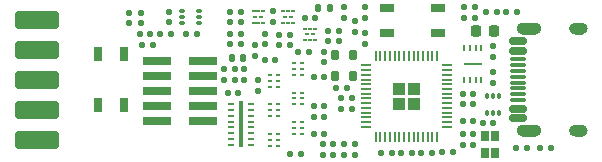
<source format=gbr>
G04 #@! TF.GenerationSoftware,KiCad,Pcbnew,7.0.7*
G04 #@! TF.CreationDate,2024-03-21T15:18:08+09:00*
G04 #@! TF.ProjectId,rs-probe,72732d70-726f-4626-952e-6b696361645f,rev?*
G04 #@! TF.SameCoordinates,Original*
G04 #@! TF.FileFunction,Paste,Top*
G04 #@! TF.FilePolarity,Positive*
%FSLAX46Y46*%
G04 Gerber Fmt 4.6, Leading zero omitted, Abs format (unit mm)*
G04 Created by KiCad (PCBNEW 7.0.7) date 2024-03-21 15:18:08*
%MOMM*%
%LPD*%
G01*
G04 APERTURE LIST*
G04 Aperture macros list*
%AMRoundRect*
0 Rectangle with rounded corners*
0 $1 Rounding radius*
0 $2 $3 $4 $5 $6 $7 $8 $9 X,Y pos of 4 corners*
0 Add a 4 corners polygon primitive as box body*
4,1,4,$2,$3,$4,$5,$6,$7,$8,$9,$2,$3,0*
0 Add four circle primitives for the rounded corners*
1,1,$1+$1,$2,$3*
1,1,$1+$1,$4,$5*
1,1,$1+$1,$6,$7*
1,1,$1+$1,$8,$9*
0 Add four rect primitives between the rounded corners*
20,1,$1+$1,$2,$3,$4,$5,0*
20,1,$1+$1,$4,$5,$6,$7,0*
20,1,$1+$1,$6,$7,$8,$9,0*
20,1,$1+$1,$8,$9,$2,$3,0*%
G04 Aperture macros list end*
%ADD10C,0.500000*%
%ADD11C,0.100000*%
%ADD12RoundRect,0.400000X-1.500000X-0.400000X1.500000X-0.400000X1.500000X0.400000X-1.500000X0.400000X0*%
%ADD13RoundRect,0.185000X-1.015000X-0.185000X1.015000X-0.185000X1.015000X0.185000X-1.015000X0.185000X0*%
%ADD14RoundRect,0.150000X0.575000X-0.150000X0.575000X0.150000X-0.575000X0.150000X-0.575000X-0.150000X0*%
%ADD15O,1.450000X0.300000*%
%ADD16RoundRect,0.125000X0.200000X0.000000X-0.200000X0.000000X-0.200000X0.000000X0.200000X0.000000X0*%
%ADD17RoundRect,0.025000X0.125000X1.925000X-0.125000X1.925000X-0.125000X-1.925000X0.125000X-1.925000X0*%
%ADD18RoundRect,0.137500X-0.137500X-0.137500X0.137500X-0.137500X0.137500X0.137500X-0.137500X0.137500X0*%
%ADD19RoundRect,0.137500X0.137500X-0.137500X0.137500X0.137500X-0.137500X0.137500X-0.137500X-0.137500X0*%
%ADD20RoundRect,0.250000X-0.292217X0.292217X-0.292217X-0.292217X0.292217X-0.292217X0.292217X0.292217X0*%
%ADD21RoundRect,0.050000X-0.050000X0.387500X-0.050000X-0.387500X0.050000X-0.387500X0.050000X0.387500X0*%
%ADD22RoundRect,0.050000X-0.387500X0.050000X-0.387500X-0.050000X0.387500X-0.050000X0.387500X0.050000X0*%
%ADD23RoundRect,0.137500X-0.137500X0.137500X-0.137500X-0.137500X0.137500X-0.137500X0.137500X0.137500X0*%
%ADD24R,0.360000X0.270000*%
%ADD25RoundRect,0.137500X0.137500X0.137500X-0.137500X0.137500X-0.137500X-0.137500X0.137500X-0.137500X0*%
%ADD26RoundRect,0.147500X0.147500X0.172500X-0.147500X0.172500X-0.147500X-0.172500X0.147500X-0.172500X0*%
%ADD27RoundRect,0.075000X-0.150000X-0.075000X0.150000X-0.075000X0.150000X0.075000X-0.150000X0.075000X0*%
%ADD28RoundRect,0.060000X0.130000X-0.060000X0.130000X0.060000X-0.130000X0.060000X-0.130000X-0.060000X0*%
%ADD29RoundRect,0.062500X0.087500X-0.062500X0.087500X0.062500X-0.087500X0.062500X-0.087500X-0.062500X0*%
%ADD30R,0.650000X0.850000*%
%ADD31O,0.250000X0.600000*%
%ADD32R,1.600000X0.200000*%
%ADD33RoundRect,0.075000X0.075000X-0.150000X0.075000X0.150000X-0.075000X0.150000X-0.075000X-0.150000X0*%
%ADD34RoundRect,0.147500X-0.147500X-0.172500X0.147500X-0.172500X0.147500X0.172500X-0.147500X0.172500X0*%
%ADD35R,0.650000X1.250000*%
%ADD36RoundRect,0.218750X0.218750X0.256250X-0.218750X0.256250X-0.218750X-0.256250X0.218750X-0.256250X0*%
%ADD37RoundRect,0.175000X-0.175000X0.275000X-0.175000X-0.275000X0.175000X-0.275000X0.175000X0.275000X0*%
%ADD38R,1.250000X0.650000*%
G04 APERTURE END LIST*
D10*
X174570000Y-97320000D02*
G75*
G03*
X174570000Y-97320000I-250000J0D01*
G01*
D11*
X173220000Y-88230000D02*
X174320000Y-88230000D01*
X174320000Y-89130000D01*
X173220000Y-89130000D01*
X173220000Y-88230000D01*
G36*
X173220000Y-88230000D02*
G01*
X174320000Y-88230000D01*
X174320000Y-89130000D01*
X173220000Y-89130000D01*
X173220000Y-88230000D01*
G37*
D10*
X173470000Y-88680000D02*
G75*
G03*
X173470000Y-88680000I-250000J0D01*
G01*
X173470000Y-97320000D02*
G75*
G03*
X173470000Y-97320000I-250000J0D01*
G01*
X177900000Y-97320000D02*
G75*
G03*
X177900000Y-97320000I-250000J0D01*
G01*
D11*
X177650000Y-88230000D02*
X178250000Y-88230000D01*
X178250000Y-89130000D01*
X177650000Y-89130000D01*
X177650000Y-88230000D01*
G36*
X177650000Y-88230000D02*
G01*
X178250000Y-88230000D01*
X178250000Y-89130000D01*
X177650000Y-89130000D01*
X177650000Y-88230000D01*
G37*
D10*
X177900000Y-88680000D02*
G75*
G03*
X177900000Y-88680000I-250000J0D01*
G01*
D11*
X177650000Y-96870000D02*
X178250000Y-96870000D01*
X178250000Y-97770000D01*
X177650000Y-97770000D01*
X177650000Y-96870000D01*
G36*
X177650000Y-96870000D02*
G01*
X178250000Y-96870000D01*
X178250000Y-97770000D01*
X177650000Y-97770000D01*
X177650000Y-96870000D01*
G37*
D10*
X178500000Y-97320000D02*
G75*
G03*
X178500000Y-97320000I-250000J0D01*
G01*
X178500000Y-88680000D02*
G75*
G03*
X178500000Y-88680000I-250000J0D01*
G01*
X174570000Y-88680000D02*
G75*
G03*
X174570000Y-88680000I-250000J0D01*
G01*
D11*
X173220000Y-96870000D02*
X174320000Y-96870000D01*
X174320000Y-97770000D01*
X173220000Y-97770000D01*
X173220000Y-96870000D01*
G36*
X173220000Y-96870000D02*
G01*
X174320000Y-96870000D01*
X174320000Y-97770000D01*
X173220000Y-97770000D01*
X173220000Y-96870000D01*
G37*
D12*
X132100000Y-87920000D03*
X132100000Y-90460000D03*
X132100000Y-93000000D03*
X132100000Y-95540000D03*
X132100000Y-98080000D03*
D13*
X142250000Y-91460000D03*
X146150000Y-91460000D03*
X142250000Y-92730000D03*
X146150000Y-92730000D03*
X142250000Y-94000000D03*
X146150000Y-94000000D03*
X142250000Y-95270000D03*
X146150000Y-95270000D03*
X142250000Y-96540000D03*
X146150000Y-96540000D03*
D14*
X172855000Y-96250000D03*
X172855000Y-95450000D03*
D15*
X172855000Y-94250000D03*
X172855000Y-93250000D03*
X172855000Y-92750000D03*
X172855000Y-91750000D03*
D14*
X172855000Y-90550000D03*
X172855000Y-89750000D03*
X172855000Y-89750000D03*
X172855000Y-90550000D03*
D15*
X172855000Y-91250000D03*
X172855000Y-92250000D03*
X172855000Y-93750000D03*
X172855000Y-94750000D03*
D14*
X172855000Y-95450000D03*
X172855000Y-96250000D03*
D16*
X150225000Y-98550000D03*
X150225000Y-98050000D03*
X150225000Y-97550000D03*
X150225000Y-97050000D03*
X150225000Y-96550000D03*
X150225000Y-96050000D03*
X150225000Y-95550000D03*
X150225000Y-95050000D03*
X148575000Y-95050000D03*
X148575000Y-95550000D03*
X148575000Y-96050000D03*
X148575000Y-96550000D03*
X148575000Y-97050000D03*
X148575000Y-97550000D03*
X148575000Y-98050000D03*
X148575000Y-98550000D03*
D17*
X149400000Y-96800000D03*
D18*
X170150000Y-87250000D03*
X171050000Y-87250000D03*
X147975000Y-92100000D03*
X148875000Y-92100000D03*
D19*
X170700000Y-91050000D03*
X170700000Y-90150000D03*
D20*
X164037500Y-93762500D03*
X162762500Y-93762500D03*
X164037500Y-95037500D03*
X162762500Y-95037500D03*
D21*
X166000000Y-90962500D03*
X165600000Y-90962500D03*
X165200000Y-90962500D03*
X164800000Y-90962500D03*
X164400000Y-90962500D03*
X164000000Y-90962500D03*
X163600000Y-90962500D03*
X163200000Y-90962500D03*
X162800000Y-90962500D03*
X162400000Y-90962500D03*
X162000000Y-90962500D03*
X161600000Y-90962500D03*
X161200000Y-90962500D03*
X160800000Y-90962500D03*
D22*
X159962500Y-91800000D03*
X159962500Y-92200000D03*
X159962500Y-92600000D03*
X159962500Y-93000000D03*
X159962500Y-93400000D03*
X159962500Y-93800000D03*
X159962500Y-94200000D03*
X159962500Y-94600000D03*
X159962500Y-95000000D03*
X159962500Y-95400000D03*
X159962500Y-95800000D03*
X159962500Y-96200000D03*
X159962500Y-96600000D03*
X159962500Y-97000000D03*
D21*
X160800000Y-97837500D03*
X161200000Y-97837500D03*
X161600000Y-97837500D03*
X162000000Y-97837500D03*
X162400000Y-97837500D03*
X162800000Y-97837500D03*
X163200000Y-97837500D03*
X163600000Y-97837500D03*
X164000000Y-97837500D03*
X164400000Y-97837500D03*
X164800000Y-97837500D03*
X165200000Y-97837500D03*
X165600000Y-97837500D03*
X166000000Y-97837500D03*
D22*
X166837500Y-97000000D03*
X166837500Y-96600000D03*
X166837500Y-96200000D03*
X166837500Y-95800000D03*
X166837500Y-95400000D03*
X166837500Y-95000000D03*
X166837500Y-94600000D03*
X166837500Y-94200000D03*
X166837500Y-93800000D03*
X166837500Y-93400000D03*
X166837500Y-93000000D03*
X166837500Y-92600000D03*
X166837500Y-92200000D03*
X166837500Y-91800000D03*
D23*
X156400000Y-90650000D03*
X156400000Y-91550000D03*
D24*
X152545000Y-93600000D03*
X152545000Y-93100000D03*
X152545000Y-92600000D03*
X151855000Y-92600000D03*
X151855000Y-93100000D03*
X151855000Y-93600000D03*
D25*
X163850000Y-99200000D03*
X162950000Y-99200000D03*
D26*
X156885000Y-86900000D03*
X155915000Y-86900000D03*
D18*
X154250000Y-90650000D03*
X155150000Y-90650000D03*
D19*
X159900000Y-89950000D03*
X159900000Y-89050000D03*
D18*
X155550000Y-92800000D03*
X156450000Y-92800000D03*
D19*
X156300000Y-99350000D03*
X156300000Y-98450000D03*
D25*
X148875000Y-93000000D03*
X147975000Y-93000000D03*
D18*
X155550000Y-96200000D03*
X156450000Y-96200000D03*
D25*
X153500000Y-89200000D03*
X152600000Y-89200000D03*
X158350000Y-93700000D03*
X157450000Y-93700000D03*
D27*
X144400000Y-87200000D03*
X144400000Y-87700000D03*
X144400000Y-88200000D03*
X145800000Y-88200000D03*
X145800000Y-87700000D03*
X145800000Y-87200000D03*
D24*
X152545000Y-96100000D03*
X152545000Y-95600000D03*
X152545000Y-95100000D03*
X151855000Y-95100000D03*
X151855000Y-95600000D03*
X151855000Y-96100000D03*
D25*
X162150000Y-99200000D03*
X161250000Y-99200000D03*
D18*
X148450000Y-89100000D03*
X149350000Y-89100000D03*
D23*
X149400000Y-87250000D03*
X149400000Y-88150000D03*
D25*
X155675000Y-87825000D03*
X154775000Y-87825000D03*
D23*
X169200000Y-86850000D03*
X169200000Y-87750000D03*
X168300000Y-86850000D03*
X168300000Y-87750000D03*
D18*
X153550000Y-99300000D03*
X154450000Y-99300000D03*
X169850000Y-96700000D03*
X170750000Y-96700000D03*
D28*
X153130000Y-87700000D03*
X153600000Y-87700000D03*
D29*
X152965000Y-88175000D03*
X153365000Y-88175000D03*
X153765000Y-88175000D03*
X153765000Y-87225000D03*
X153365000Y-87225000D03*
X152965000Y-87225000D03*
D23*
X152100000Y-87200000D03*
X152100000Y-88100000D03*
D19*
X150600000Y-91000000D03*
X150600000Y-90100000D03*
D25*
X175600000Y-98750000D03*
X174700000Y-98750000D03*
D19*
X151450000Y-90000000D03*
X151450000Y-89100000D03*
D24*
X154545000Y-95100000D03*
X154545000Y-94600000D03*
X154545000Y-94100000D03*
X153855000Y-94100000D03*
X153855000Y-94600000D03*
X153855000Y-95100000D03*
D30*
X170925000Y-99225000D03*
X170075000Y-99225000D03*
X170075000Y-97775000D03*
X170925000Y-97775000D03*
D18*
X168150000Y-96500000D03*
X169050000Y-96500000D03*
X148450000Y-90000000D03*
X149350000Y-90000000D03*
D23*
X156750000Y-88850000D03*
X156750000Y-89750000D03*
D31*
X169750000Y-90350000D03*
X169250000Y-90350000D03*
X168750000Y-90350000D03*
X168250000Y-90350000D03*
X168250000Y-93050000D03*
X168750000Y-93050000D03*
X169250000Y-93050000D03*
X169750000Y-93050000D03*
D32*
X169000000Y-91700000D03*
D23*
X157650000Y-88850000D03*
X157650000Y-89750000D03*
X148500000Y-87250000D03*
X148500000Y-88150000D03*
D19*
X150800000Y-93950000D03*
X150800000Y-93050000D03*
D33*
X170200000Y-95800000D03*
X170700000Y-95800000D03*
X171200000Y-95800000D03*
X171200000Y-94400000D03*
X170700000Y-94400000D03*
X170200000Y-94400000D03*
D25*
X143450000Y-89100000D03*
X142550000Y-89100000D03*
D18*
X155550000Y-97600000D03*
X156450000Y-97600000D03*
D23*
X139900000Y-87350000D03*
X139900000Y-88250000D03*
X140900000Y-87350000D03*
X140900000Y-88250000D03*
D28*
X150615000Y-87700000D03*
X151085000Y-87700000D03*
D29*
X150450000Y-88175000D03*
X150850000Y-88175000D03*
X151250000Y-88175000D03*
X151250000Y-87225000D03*
X150850000Y-87225000D03*
X150450000Y-87225000D03*
D24*
X152545000Y-98600000D03*
X152545000Y-98100000D03*
X152545000Y-97600000D03*
X151855000Y-97600000D03*
X151855000Y-98100000D03*
X151855000Y-98600000D03*
D25*
X165550000Y-99200000D03*
X164650000Y-99200000D03*
X169050000Y-98500000D03*
X168150000Y-98500000D03*
D24*
X154545000Y-92600000D03*
X154545000Y-92100000D03*
X154545000Y-91600000D03*
X153855000Y-91600000D03*
X153855000Y-92100000D03*
X153855000Y-92600000D03*
D19*
X159000000Y-99350000D03*
X159000000Y-98450000D03*
D25*
X158750000Y-95500000D03*
X157850000Y-95500000D03*
X153500000Y-90050000D03*
X152600000Y-90050000D03*
D18*
X168150000Y-94200000D03*
X169050000Y-94200000D03*
D25*
X149150000Y-94100000D03*
X148250000Y-94100000D03*
D18*
X155550000Y-95200000D03*
X156450000Y-95200000D03*
X168150000Y-97600000D03*
X169050000Y-97600000D03*
D19*
X170700000Y-93250000D03*
X170700000Y-92350000D03*
D34*
X148615000Y-91150000D03*
X149585000Y-91150000D03*
D25*
X152300000Y-91350000D03*
X151400000Y-91350000D03*
D18*
X141000000Y-90050000D03*
X141900000Y-90050000D03*
D35*
X137325000Y-95175000D03*
X137325000Y-90825000D03*
X139475000Y-95175000D03*
X139475000Y-90825000D03*
D18*
X144750000Y-89100000D03*
X145650000Y-89100000D03*
D19*
X157200000Y-99350000D03*
X157200000Y-98450000D03*
D36*
X170837500Y-88850000D03*
X169262500Y-88850000D03*
D25*
X167350000Y-99100000D03*
X166450000Y-99100000D03*
D24*
X154545000Y-97600000D03*
X154545000Y-97100000D03*
X154545000Y-96600000D03*
X153855000Y-96600000D03*
X153855000Y-97100000D03*
X153855000Y-97600000D03*
D23*
X143300000Y-87250000D03*
X143300000Y-88150000D03*
D25*
X158750000Y-94600000D03*
X157850000Y-94600000D03*
D37*
X157350000Y-90900000D03*
X157350000Y-92700000D03*
X158850000Y-92675000D03*
X158850000Y-90925000D03*
D19*
X158100000Y-87775000D03*
X158100000Y-86875000D03*
D25*
X173600000Y-98750000D03*
X172700000Y-98750000D03*
D19*
X159900000Y-87775000D03*
X159900000Y-86875000D03*
D28*
X155015000Y-89175000D03*
X155485000Y-89175000D03*
D29*
X154850000Y-89650000D03*
X155250000Y-89650000D03*
X155650000Y-89650000D03*
X155650000Y-88700000D03*
X155250000Y-88700000D03*
X154850000Y-88700000D03*
D38*
X161725000Y-86925000D03*
X166075000Y-86925000D03*
X161725000Y-89075000D03*
X166075000Y-89075000D03*
D19*
X158100000Y-99350000D03*
X158100000Y-98450000D03*
D23*
X159000000Y-88075000D03*
X159000000Y-88975000D03*
X149650000Y-92100000D03*
X149650000Y-93000000D03*
D18*
X171850000Y-87250000D03*
X172750000Y-87250000D03*
X168150000Y-95100000D03*
X169050000Y-95100000D03*
D25*
X141700000Y-89100000D03*
X140800000Y-89100000D03*
M02*

</source>
